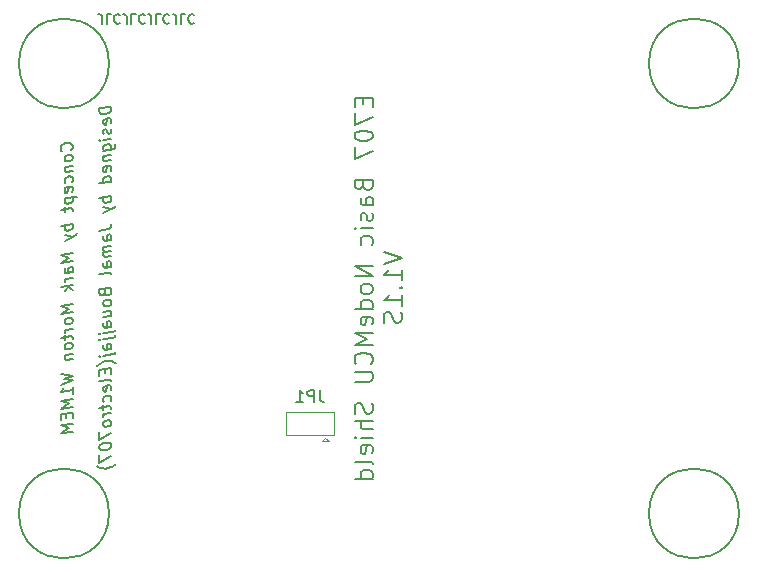
<source format=gbr>
%TF.GenerationSoftware,KiCad,Pcbnew,(5.99.0-9801-g46d71f0d23)*%
%TF.CreationDate,2021-03-18T00:24:41-04:00*%
%TF.ProjectId,PCB-S,5043422d-532e-46b6-9963-61645f706362,rev?*%
%TF.SameCoordinates,Original*%
%TF.FileFunction,Legend,Bot*%
%TF.FilePolarity,Positive*%
%FSLAX46Y46*%
G04 Gerber Fmt 4.6, Leading zero omitted, Abs format (unit mm)*
G04 Created by KiCad (PCBNEW (5.99.0-9801-g46d71f0d23)) date 2021-03-18 00:24:41*
%MOMM*%
%LPD*%
G01*
G04 APERTURE LIST*
%ADD10C,0.152400*%
%ADD11C,0.203200*%
%ADD12C,0.150000*%
%ADD13C,0.120000*%
G04 APERTURE END LIST*
D10*
X232410000Y-32385000D02*
G75*
G03*
X232410000Y-32385000I-3810000J0D01*
G01*
X179070000Y-70485000D02*
G75*
G03*
X179070000Y-70485000I-3810000J0D01*
G01*
X179070000Y-32385000D02*
G75*
G03*
X179070000Y-32385000I-3810000J0D01*
G01*
X232410000Y-70485000D02*
G75*
G03*
X232410000Y-70485000I-3810000J0D01*
G01*
X178490638Y-29020104D02*
X178490638Y-28439533D01*
X178451933Y-28323419D01*
X178374523Y-28246009D01*
X178258409Y-28207304D01*
X178181000Y-28207304D01*
X179264733Y-28207304D02*
X178877685Y-28207304D01*
X178877685Y-29020104D01*
X180000123Y-28284714D02*
X179961419Y-28246009D01*
X179845304Y-28207304D01*
X179767895Y-28207304D01*
X179651780Y-28246009D01*
X179574371Y-28323419D01*
X179535666Y-28400828D01*
X179496961Y-28555647D01*
X179496961Y-28671761D01*
X179535666Y-28826580D01*
X179574371Y-28903990D01*
X179651780Y-28981400D01*
X179767895Y-29020104D01*
X179845304Y-29020104D01*
X179961419Y-28981400D01*
X180000123Y-28942695D01*
X180580695Y-29020104D02*
X180580695Y-28439533D01*
X180541990Y-28323419D01*
X180464580Y-28246009D01*
X180348466Y-28207304D01*
X180271057Y-28207304D01*
X181354790Y-28207304D02*
X180967742Y-28207304D01*
X180967742Y-29020104D01*
X182090180Y-28284714D02*
X182051476Y-28246009D01*
X181935361Y-28207304D01*
X181857952Y-28207304D01*
X181741838Y-28246009D01*
X181664428Y-28323419D01*
X181625723Y-28400828D01*
X181587019Y-28555647D01*
X181587019Y-28671761D01*
X181625723Y-28826580D01*
X181664428Y-28903990D01*
X181741838Y-28981400D01*
X181857952Y-29020104D01*
X181935361Y-29020104D01*
X182051476Y-28981400D01*
X182090180Y-28942695D01*
X182670752Y-29020104D02*
X182670752Y-28439533D01*
X182632047Y-28323419D01*
X182554638Y-28246009D01*
X182438523Y-28207304D01*
X182361114Y-28207304D01*
X183444847Y-28207304D02*
X183057800Y-28207304D01*
X183057800Y-29020104D01*
X184180238Y-28284714D02*
X184141533Y-28246009D01*
X184025419Y-28207304D01*
X183948009Y-28207304D01*
X183831895Y-28246009D01*
X183754485Y-28323419D01*
X183715780Y-28400828D01*
X183677076Y-28555647D01*
X183677076Y-28671761D01*
X183715780Y-28826580D01*
X183754485Y-28903990D01*
X183831895Y-28981400D01*
X183948009Y-29020104D01*
X184025419Y-29020104D01*
X184141533Y-28981400D01*
X184180238Y-28942695D01*
X184760809Y-29020104D02*
X184760809Y-28439533D01*
X184722104Y-28323419D01*
X184644695Y-28246009D01*
X184528580Y-28207304D01*
X184451171Y-28207304D01*
X185534904Y-28207304D02*
X185147857Y-28207304D01*
X185147857Y-29020104D01*
X186270295Y-28284714D02*
X186231590Y-28246009D01*
X186115476Y-28207304D01*
X186038066Y-28207304D01*
X185921952Y-28246009D01*
X185844542Y-28323419D01*
X185805838Y-28400828D01*
X185767133Y-28555647D01*
X185767133Y-28671761D01*
X185805838Y-28826580D01*
X185844542Y-28903990D01*
X185921952Y-28981400D01*
X186038066Y-29020104D01*
X186115476Y-29020104D01*
X186231590Y-28981400D01*
X186270295Y-28942695D01*
D11*
X200594322Y-35324142D02*
X200594322Y-35832142D01*
X201392608Y-36049857D02*
X201392608Y-35324142D01*
X199868608Y-35324142D01*
X199868608Y-36049857D01*
X199868608Y-36557857D02*
X199868608Y-37573857D01*
X201392608Y-36920714D01*
X199868608Y-38444714D02*
X199868608Y-38589857D01*
X199941180Y-38735000D01*
X200013751Y-38807571D01*
X200158894Y-38880142D01*
X200449180Y-38952714D01*
X200812037Y-38952714D01*
X201102322Y-38880142D01*
X201247465Y-38807571D01*
X201320037Y-38735000D01*
X201392608Y-38589857D01*
X201392608Y-38444714D01*
X201320037Y-38299571D01*
X201247465Y-38227000D01*
X201102322Y-38154428D01*
X200812037Y-38081857D01*
X200449180Y-38081857D01*
X200158894Y-38154428D01*
X200013751Y-38227000D01*
X199941180Y-38299571D01*
X199868608Y-38444714D01*
X199868608Y-39460714D02*
X199868608Y-40476714D01*
X201392608Y-39823571D01*
X200594322Y-42726428D02*
X200666894Y-42944142D01*
X200739465Y-43016714D01*
X200884608Y-43089285D01*
X201102322Y-43089285D01*
X201247465Y-43016714D01*
X201320037Y-42944142D01*
X201392608Y-42799000D01*
X201392608Y-42218428D01*
X199868608Y-42218428D01*
X199868608Y-42726428D01*
X199941180Y-42871571D01*
X200013751Y-42944142D01*
X200158894Y-43016714D01*
X200304037Y-43016714D01*
X200449180Y-42944142D01*
X200521751Y-42871571D01*
X200594322Y-42726428D01*
X200594322Y-42218428D01*
X201392608Y-44395571D02*
X200594322Y-44395571D01*
X200449180Y-44323000D01*
X200376608Y-44177857D01*
X200376608Y-43887571D01*
X200449180Y-43742428D01*
X201320037Y-44395571D02*
X201392608Y-44250428D01*
X201392608Y-43887571D01*
X201320037Y-43742428D01*
X201174894Y-43669857D01*
X201029751Y-43669857D01*
X200884608Y-43742428D01*
X200812037Y-43887571D01*
X200812037Y-44250428D01*
X200739465Y-44395571D01*
X201320037Y-45048714D02*
X201392608Y-45193857D01*
X201392608Y-45484142D01*
X201320037Y-45629285D01*
X201174894Y-45701857D01*
X201102322Y-45701857D01*
X200957180Y-45629285D01*
X200884608Y-45484142D01*
X200884608Y-45266428D01*
X200812037Y-45121285D01*
X200666894Y-45048714D01*
X200594322Y-45048714D01*
X200449180Y-45121285D01*
X200376608Y-45266428D01*
X200376608Y-45484142D01*
X200449180Y-45629285D01*
X201392608Y-46355000D02*
X200376608Y-46355000D01*
X199868608Y-46355000D02*
X199941180Y-46282428D01*
X200013751Y-46355000D01*
X199941180Y-46427571D01*
X199868608Y-46355000D01*
X200013751Y-46355000D01*
X201320037Y-47733857D02*
X201392608Y-47588714D01*
X201392608Y-47298428D01*
X201320037Y-47153285D01*
X201247465Y-47080714D01*
X201102322Y-47008142D01*
X200666894Y-47008142D01*
X200521751Y-47080714D01*
X200449180Y-47153285D01*
X200376608Y-47298428D01*
X200376608Y-47588714D01*
X200449180Y-47733857D01*
X201392608Y-49548142D02*
X199868608Y-49548142D01*
X201392608Y-50419000D01*
X199868608Y-50419000D01*
X201392608Y-51362428D02*
X201320037Y-51217285D01*
X201247465Y-51144714D01*
X201102322Y-51072142D01*
X200666894Y-51072142D01*
X200521751Y-51144714D01*
X200449180Y-51217285D01*
X200376608Y-51362428D01*
X200376608Y-51580142D01*
X200449180Y-51725285D01*
X200521751Y-51797857D01*
X200666894Y-51870428D01*
X201102322Y-51870428D01*
X201247465Y-51797857D01*
X201320037Y-51725285D01*
X201392608Y-51580142D01*
X201392608Y-51362428D01*
X201392608Y-53176714D02*
X199868608Y-53176714D01*
X201320037Y-53176714D02*
X201392608Y-53031571D01*
X201392608Y-52741285D01*
X201320037Y-52596142D01*
X201247465Y-52523571D01*
X201102322Y-52451000D01*
X200666894Y-52451000D01*
X200521751Y-52523571D01*
X200449180Y-52596142D01*
X200376608Y-52741285D01*
X200376608Y-53031571D01*
X200449180Y-53176714D01*
X201320037Y-54483000D02*
X201392608Y-54337857D01*
X201392608Y-54047571D01*
X201320037Y-53902428D01*
X201174894Y-53829857D01*
X200594322Y-53829857D01*
X200449180Y-53902428D01*
X200376608Y-54047571D01*
X200376608Y-54337857D01*
X200449180Y-54483000D01*
X200594322Y-54555571D01*
X200739465Y-54555571D01*
X200884608Y-53829857D01*
X201392608Y-55208714D02*
X199868608Y-55208714D01*
X200957180Y-55716714D01*
X199868608Y-56224714D01*
X201392608Y-56224714D01*
X201247465Y-57821285D02*
X201320037Y-57748714D01*
X201392608Y-57531000D01*
X201392608Y-57385857D01*
X201320037Y-57168142D01*
X201174894Y-57023000D01*
X201029751Y-56950428D01*
X200739465Y-56877857D01*
X200521751Y-56877857D01*
X200231465Y-56950428D01*
X200086322Y-57023000D01*
X199941180Y-57168142D01*
X199868608Y-57385857D01*
X199868608Y-57531000D01*
X199941180Y-57748714D01*
X200013751Y-57821285D01*
X199868608Y-58474428D02*
X201102322Y-58474428D01*
X201247465Y-58547000D01*
X201320037Y-58619571D01*
X201392608Y-58764714D01*
X201392608Y-59055000D01*
X201320037Y-59200142D01*
X201247465Y-59272714D01*
X201102322Y-59345285D01*
X199868608Y-59345285D01*
X201320037Y-61159571D02*
X201392608Y-61377285D01*
X201392608Y-61740142D01*
X201320037Y-61885285D01*
X201247465Y-61957857D01*
X201102322Y-62030428D01*
X200957180Y-62030428D01*
X200812037Y-61957857D01*
X200739465Y-61885285D01*
X200666894Y-61740142D01*
X200594322Y-61449857D01*
X200521751Y-61304714D01*
X200449180Y-61232142D01*
X200304037Y-61159571D01*
X200158894Y-61159571D01*
X200013751Y-61232142D01*
X199941180Y-61304714D01*
X199868608Y-61449857D01*
X199868608Y-61812714D01*
X199941180Y-62030428D01*
X201392608Y-62683571D02*
X199868608Y-62683571D01*
X201392608Y-63336714D02*
X200594322Y-63336714D01*
X200449180Y-63264142D01*
X200376608Y-63119000D01*
X200376608Y-62901285D01*
X200449180Y-62756142D01*
X200521751Y-62683571D01*
X201392608Y-64062428D02*
X200376608Y-64062428D01*
X199868608Y-64062428D02*
X199941180Y-63989857D01*
X200013751Y-64062428D01*
X199941180Y-64135000D01*
X199868608Y-64062428D01*
X200013751Y-64062428D01*
X201320037Y-65368714D02*
X201392608Y-65223571D01*
X201392608Y-64933285D01*
X201320037Y-64788142D01*
X201174894Y-64715571D01*
X200594322Y-64715571D01*
X200449180Y-64788142D01*
X200376608Y-64933285D01*
X200376608Y-65223571D01*
X200449180Y-65368714D01*
X200594322Y-65441285D01*
X200739465Y-65441285D01*
X200884608Y-64715571D01*
X201392608Y-66312142D02*
X201320037Y-66167000D01*
X201174894Y-66094428D01*
X199868608Y-66094428D01*
X201392608Y-67545857D02*
X199868608Y-67545857D01*
X201320037Y-67545857D02*
X201392608Y-67400714D01*
X201392608Y-67110428D01*
X201320037Y-66965285D01*
X201247465Y-66892714D01*
X201102322Y-66820142D01*
X200666894Y-66820142D01*
X200521751Y-66892714D01*
X200449180Y-66965285D01*
X200376608Y-67110428D01*
X200376608Y-67400714D01*
X200449180Y-67545857D01*
X202322248Y-48387000D02*
X203846248Y-48895000D01*
X202322248Y-49403000D01*
X203846248Y-50709285D02*
X203846248Y-49838428D01*
X203846248Y-50273857D02*
X202322248Y-50273857D01*
X202539962Y-50128714D01*
X202685105Y-49983571D01*
X202757677Y-49838428D01*
X203701105Y-51362428D02*
X203773677Y-51435000D01*
X203846248Y-51362428D01*
X203773677Y-51289857D01*
X203701105Y-51362428D01*
X203846248Y-51362428D01*
X203846248Y-52886428D02*
X203846248Y-52015571D01*
X203846248Y-52451000D02*
X202322248Y-52451000D01*
X202539962Y-52305857D01*
X202685105Y-52160714D01*
X202757677Y-52015571D01*
X203773677Y-53467000D02*
X203846248Y-53684714D01*
X203846248Y-54047571D01*
X203773677Y-54192714D01*
X203701105Y-54265285D01*
X203555962Y-54337857D01*
X203410820Y-54337857D01*
X203265677Y-54265285D01*
X203193105Y-54192714D01*
X203120534Y-54047571D01*
X203047962Y-53757285D01*
X202975391Y-53612142D01*
X202902820Y-53539571D01*
X202757677Y-53467000D01*
X202612534Y-53467000D01*
X202467391Y-53539571D01*
X202394820Y-53612142D01*
X202322248Y-53757285D01*
X202322248Y-54120142D01*
X202394820Y-54337857D01*
D10*
X175892097Y-39715288D02*
X175940478Y-39660860D01*
X175988859Y-39509669D01*
X175988859Y-39412907D01*
X175940478Y-39273812D01*
X175843716Y-39189145D01*
X175746954Y-39152860D01*
X175553430Y-39128669D01*
X175408287Y-39146812D01*
X175214763Y-39219384D01*
X175118001Y-39279860D01*
X175021240Y-39388717D01*
X174972859Y-39539907D01*
X174972859Y-39636669D01*
X175021240Y-39775765D01*
X175069620Y-39818098D01*
X175988859Y-40283765D02*
X175940478Y-40193050D01*
X175892097Y-40150717D01*
X175795335Y-40114431D01*
X175505049Y-40150717D01*
X175408287Y-40211193D01*
X175359906Y-40265622D01*
X175311525Y-40368431D01*
X175311525Y-40513574D01*
X175359906Y-40604288D01*
X175408287Y-40646622D01*
X175505049Y-40682907D01*
X175795335Y-40646622D01*
X175892097Y-40586145D01*
X175940478Y-40531717D01*
X175988859Y-40428907D01*
X175988859Y-40283765D01*
X175311525Y-41142526D02*
X175988859Y-41057860D01*
X175408287Y-41130431D02*
X175359906Y-41184860D01*
X175311525Y-41287669D01*
X175311525Y-41432812D01*
X175359906Y-41523526D01*
X175456668Y-41559812D01*
X175988859Y-41493288D01*
X175940478Y-42418574D02*
X175988859Y-42315765D01*
X175988859Y-42122241D01*
X175940478Y-42031526D01*
X175892097Y-41989193D01*
X175795335Y-41952907D01*
X175505049Y-41989193D01*
X175408287Y-42049669D01*
X175359906Y-42104098D01*
X175311525Y-42206907D01*
X175311525Y-42400431D01*
X175359906Y-42491145D01*
X175940478Y-43241050D02*
X175988859Y-43138241D01*
X175988859Y-42944717D01*
X175940478Y-42854003D01*
X175843716Y-42817717D01*
X175456668Y-42866098D01*
X175359906Y-42926574D01*
X175311525Y-43029384D01*
X175311525Y-43222907D01*
X175359906Y-43313622D01*
X175456668Y-43349907D01*
X175553430Y-43337812D01*
X175650192Y-42841907D01*
X175311525Y-43803479D02*
X176327525Y-43676479D01*
X175359906Y-43797431D02*
X175311525Y-43900241D01*
X175311525Y-44093765D01*
X175359906Y-44184479D01*
X175408287Y-44226812D01*
X175505049Y-44263098D01*
X175795335Y-44226812D01*
X175892097Y-44166336D01*
X175940478Y-44111907D01*
X175988859Y-44009098D01*
X175988859Y-43815574D01*
X175940478Y-43724860D01*
X175311525Y-44577574D02*
X175311525Y-44964622D01*
X174972859Y-44765050D02*
X175843716Y-44656193D01*
X175940478Y-44692479D01*
X175988859Y-44783193D01*
X175988859Y-44879955D01*
X175988859Y-45992717D02*
X174972859Y-46119717D01*
X175359906Y-46071336D02*
X175311525Y-46174145D01*
X175311525Y-46367669D01*
X175359906Y-46458384D01*
X175408287Y-46500717D01*
X175505049Y-46537003D01*
X175795335Y-46500717D01*
X175892097Y-46440241D01*
X175940478Y-46385812D01*
X175988859Y-46283003D01*
X175988859Y-46089479D01*
X175940478Y-45998765D01*
X175311525Y-46899860D02*
X175988859Y-47057098D01*
X175311525Y-47383669D02*
X175988859Y-47057098D01*
X176230763Y-46930098D01*
X176279144Y-46875669D01*
X176327525Y-46772860D01*
X175988859Y-48460145D02*
X174972859Y-48587145D01*
X175698573Y-48835098D01*
X174972859Y-49264479D01*
X175988859Y-49137479D01*
X175988859Y-50056717D02*
X175456668Y-50123241D01*
X175359906Y-50086955D01*
X175311525Y-49996241D01*
X175311525Y-49802717D01*
X175359906Y-49699907D01*
X175940478Y-50062765D02*
X175988859Y-49959955D01*
X175988859Y-49718050D01*
X175940478Y-49627336D01*
X175843716Y-49591050D01*
X175746954Y-49603145D01*
X175650192Y-49663622D01*
X175601811Y-49766431D01*
X175601811Y-50008336D01*
X175553430Y-50111145D01*
X175988859Y-50540526D02*
X175311525Y-50625193D01*
X175505049Y-50601003D02*
X175408287Y-50661479D01*
X175359906Y-50715907D01*
X175311525Y-50818717D01*
X175311525Y-50915479D01*
X175988859Y-51169479D02*
X174972859Y-51296479D01*
X175601811Y-51314622D02*
X175988859Y-51556526D01*
X175311525Y-51641193D02*
X175698573Y-51205765D01*
X175988859Y-52766050D02*
X174972859Y-52893050D01*
X175698573Y-53141003D01*
X174972859Y-53570384D01*
X175988859Y-53443384D01*
X175988859Y-54072336D02*
X175940478Y-53981622D01*
X175892097Y-53939288D01*
X175795335Y-53903003D01*
X175505049Y-53939288D01*
X175408287Y-53999765D01*
X175359906Y-54054193D01*
X175311525Y-54157003D01*
X175311525Y-54302145D01*
X175359906Y-54392860D01*
X175408287Y-54435193D01*
X175505049Y-54471479D01*
X175795335Y-54435193D01*
X175892097Y-54374717D01*
X175940478Y-54320288D01*
X175988859Y-54217479D01*
X175988859Y-54072336D01*
X175988859Y-54846431D02*
X175311525Y-54931098D01*
X175505049Y-54906907D02*
X175408287Y-54967384D01*
X175359906Y-55021812D01*
X175311525Y-55124622D01*
X175311525Y-55221384D01*
X175311525Y-55414907D02*
X175311525Y-55801955D01*
X174972859Y-55602384D02*
X175843716Y-55493526D01*
X175940478Y-55529812D01*
X175988859Y-55620526D01*
X175988859Y-55717288D01*
X175988859Y-56201098D02*
X175940478Y-56110384D01*
X175892097Y-56068050D01*
X175795335Y-56031765D01*
X175505049Y-56068050D01*
X175408287Y-56128526D01*
X175359906Y-56182955D01*
X175311525Y-56285765D01*
X175311525Y-56430907D01*
X175359906Y-56521622D01*
X175408287Y-56563955D01*
X175505049Y-56600241D01*
X175795335Y-56563955D01*
X175892097Y-56503479D01*
X175940478Y-56449050D01*
X175988859Y-56346241D01*
X175988859Y-56201098D01*
X175311525Y-57059860D02*
X175988859Y-56975193D01*
X175408287Y-57047765D02*
X175359906Y-57102193D01*
X175311525Y-57205003D01*
X175311525Y-57350145D01*
X175359906Y-57440860D01*
X175456668Y-57477145D01*
X175988859Y-57410622D01*
X174972859Y-58698765D02*
X175988859Y-58813669D01*
X175263144Y-59097907D01*
X175988859Y-59200717D01*
X174972859Y-59569622D01*
X175988859Y-60361860D02*
X175988859Y-59781288D01*
X175988859Y-60071574D02*
X174972859Y-60198574D01*
X175118001Y-60083669D01*
X175214763Y-59974812D01*
X175263144Y-59872003D01*
X175988859Y-60797288D02*
X174972859Y-60924288D01*
X175698573Y-61172241D01*
X174972859Y-61601622D01*
X175988859Y-61474622D01*
X175456668Y-62024955D02*
X175456668Y-62363622D01*
X175988859Y-62442241D02*
X175988859Y-61958431D01*
X174972859Y-62085431D01*
X174972859Y-62569241D01*
X175988859Y-62877669D02*
X174972859Y-63004669D01*
X175698573Y-63252622D01*
X174972859Y-63682003D01*
X175988859Y-63555003D01*
X179260379Y-36050431D02*
X178244379Y-36177431D01*
X178244379Y-36419336D01*
X178292760Y-36558431D01*
X178389521Y-36643098D01*
X178486283Y-36679384D01*
X178679807Y-36703574D01*
X178824950Y-36685431D01*
X179018474Y-36612860D01*
X179115236Y-36552384D01*
X179211998Y-36443526D01*
X179260379Y-36292336D01*
X179260379Y-36050431D01*
X179211998Y-37459526D02*
X179260379Y-37356717D01*
X179260379Y-37163193D01*
X179211998Y-37072479D01*
X179115236Y-37036193D01*
X178728188Y-37084574D01*
X178631426Y-37145050D01*
X178583045Y-37247860D01*
X178583045Y-37441384D01*
X178631426Y-37532098D01*
X178728188Y-37568384D01*
X178824950Y-37556288D01*
X178921712Y-37060384D01*
X179211998Y-37894955D02*
X179260379Y-37985669D01*
X179260379Y-38179193D01*
X179211998Y-38282003D01*
X179115236Y-38342479D01*
X179066855Y-38348526D01*
X178970093Y-38312241D01*
X178921712Y-38221526D01*
X178921712Y-38076384D01*
X178873331Y-37985669D01*
X178776569Y-37949384D01*
X178728188Y-37955431D01*
X178631426Y-38015907D01*
X178583045Y-38118717D01*
X178583045Y-38263860D01*
X178631426Y-38354574D01*
X179260379Y-38759765D02*
X178583045Y-38844431D01*
X178244379Y-38886765D02*
X178292760Y-38832336D01*
X178341140Y-38874669D01*
X178292760Y-38929098D01*
X178244379Y-38886765D01*
X178341140Y-38874669D01*
X178583045Y-39763669D02*
X179405521Y-39660860D01*
X179502283Y-39600384D01*
X179550664Y-39545955D01*
X179599045Y-39443145D01*
X179599045Y-39298003D01*
X179550664Y-39207288D01*
X179211998Y-39685050D02*
X179260379Y-39582241D01*
X179260379Y-39388717D01*
X179211998Y-39298003D01*
X179163617Y-39255669D01*
X179066855Y-39219384D01*
X178776569Y-39255669D01*
X178679807Y-39316145D01*
X178631426Y-39370574D01*
X178583045Y-39473384D01*
X178583045Y-39666907D01*
X178631426Y-39757622D01*
X178583045Y-40247479D02*
X179260379Y-40162812D01*
X178679807Y-40235384D02*
X178631426Y-40289812D01*
X178583045Y-40392622D01*
X178583045Y-40537765D01*
X178631426Y-40628479D01*
X178728188Y-40664765D01*
X179260379Y-40598241D01*
X179211998Y-41475145D02*
X179260379Y-41372336D01*
X179260379Y-41178812D01*
X179211998Y-41088098D01*
X179115236Y-41051812D01*
X178728188Y-41100193D01*
X178631426Y-41160669D01*
X178583045Y-41263479D01*
X178583045Y-41457003D01*
X178631426Y-41547717D01*
X178728188Y-41584003D01*
X178824950Y-41571907D01*
X178921712Y-41076003D01*
X179260379Y-42388336D02*
X178244379Y-42515336D01*
X179211998Y-42394384D02*
X179260379Y-42291574D01*
X179260379Y-42098050D01*
X179211998Y-42007336D01*
X179163617Y-41965003D01*
X179066855Y-41928717D01*
X178776569Y-41965003D01*
X178679807Y-42025479D01*
X178631426Y-42079907D01*
X178583045Y-42182717D01*
X178583045Y-42376241D01*
X178631426Y-42466955D01*
X179260379Y-43646241D02*
X178244379Y-43773241D01*
X178631426Y-43724860D02*
X178583045Y-43827669D01*
X178583045Y-44021193D01*
X178631426Y-44111907D01*
X178679807Y-44154241D01*
X178776569Y-44190526D01*
X179066855Y-44154241D01*
X179163617Y-44093765D01*
X179211998Y-44039336D01*
X179260379Y-43936526D01*
X179260379Y-43743003D01*
X179211998Y-43652288D01*
X178583045Y-44553384D02*
X179260379Y-44710622D01*
X178583045Y-45037193D02*
X179260379Y-44710622D01*
X179502283Y-44583622D01*
X179550664Y-44529193D01*
X179599045Y-44426384D01*
X178244379Y-46530955D02*
X178970093Y-46440241D01*
X179115236Y-46373717D01*
X179211998Y-46264860D01*
X179260379Y-46113669D01*
X179260379Y-46016907D01*
X179260379Y-47323193D02*
X178728188Y-47389717D01*
X178631426Y-47353431D01*
X178583045Y-47262717D01*
X178583045Y-47069193D01*
X178631426Y-46966384D01*
X179211998Y-47329241D02*
X179260379Y-47226431D01*
X179260379Y-46984526D01*
X179211998Y-46893812D01*
X179115236Y-46857526D01*
X179018474Y-46869622D01*
X178921712Y-46930098D01*
X178873331Y-47032907D01*
X178873331Y-47274812D01*
X178824950Y-47377622D01*
X179260379Y-47807003D02*
X178583045Y-47891669D01*
X178679807Y-47879574D02*
X178631426Y-47934003D01*
X178583045Y-48036812D01*
X178583045Y-48181955D01*
X178631426Y-48272669D01*
X178728188Y-48308955D01*
X179260379Y-48242431D01*
X178728188Y-48308955D02*
X178631426Y-48369431D01*
X178583045Y-48472241D01*
X178583045Y-48617384D01*
X178631426Y-48708098D01*
X178728188Y-48744384D01*
X179260379Y-48677860D01*
X179260379Y-49597098D02*
X178728188Y-49663622D01*
X178631426Y-49627336D01*
X178583045Y-49536622D01*
X178583045Y-49343098D01*
X178631426Y-49240288D01*
X179211998Y-49603145D02*
X179260379Y-49500336D01*
X179260379Y-49258431D01*
X179211998Y-49167717D01*
X179115236Y-49131431D01*
X179018474Y-49143526D01*
X178921712Y-49204003D01*
X178873331Y-49306812D01*
X178873331Y-49548717D01*
X178824950Y-49651526D01*
X179260379Y-50226050D02*
X179211998Y-50135336D01*
X179115236Y-50099050D01*
X178244379Y-50207907D01*
X178728188Y-51792384D02*
X178776569Y-51931479D01*
X178824950Y-51973812D01*
X178921712Y-52010098D01*
X179066855Y-51991955D01*
X179163617Y-51931479D01*
X179211998Y-51877050D01*
X179260379Y-51774241D01*
X179260379Y-51387193D01*
X178244379Y-51514193D01*
X178244379Y-51852860D01*
X178292760Y-51943574D01*
X178341140Y-51985907D01*
X178437902Y-52022193D01*
X178534664Y-52010098D01*
X178631426Y-51949622D01*
X178679807Y-51895193D01*
X178728188Y-51792384D01*
X178728188Y-51453717D01*
X179260379Y-52548336D02*
X179211998Y-52457622D01*
X179163617Y-52415288D01*
X179066855Y-52379003D01*
X178776569Y-52415288D01*
X178679807Y-52475765D01*
X178631426Y-52530193D01*
X178583045Y-52633003D01*
X178583045Y-52778145D01*
X178631426Y-52868860D01*
X178679807Y-52911193D01*
X178776569Y-52947479D01*
X179066855Y-52911193D01*
X179163617Y-52850717D01*
X179211998Y-52796288D01*
X179260379Y-52693479D01*
X179260379Y-52548336D01*
X178583045Y-53842526D02*
X179260379Y-53757860D01*
X178583045Y-53407098D02*
X179115236Y-53340574D01*
X179211998Y-53376860D01*
X179260379Y-53467574D01*
X179260379Y-53612717D01*
X179211998Y-53715526D01*
X179163617Y-53769955D01*
X179260379Y-54677098D02*
X178728188Y-54743622D01*
X178631426Y-54707336D01*
X178583045Y-54616622D01*
X178583045Y-54423098D01*
X178631426Y-54320288D01*
X179211998Y-54683145D02*
X179260379Y-54580336D01*
X179260379Y-54338431D01*
X179211998Y-54247717D01*
X179115236Y-54211431D01*
X179018474Y-54223526D01*
X178921712Y-54284003D01*
X178873331Y-54386812D01*
X178873331Y-54628717D01*
X178824950Y-54731526D01*
X178583045Y-55245574D02*
X179453902Y-55136717D01*
X179550664Y-55076241D01*
X179599045Y-54973431D01*
X179599045Y-54925050D01*
X178244379Y-55287907D02*
X178292760Y-55233479D01*
X178341140Y-55275812D01*
X178292760Y-55330241D01*
X178244379Y-55287907D01*
X178341140Y-55275812D01*
X178583045Y-55729384D02*
X179453902Y-55620526D01*
X179550664Y-55560050D01*
X179599045Y-55457241D01*
X179599045Y-55408860D01*
X178244379Y-55771717D02*
X178292760Y-55717288D01*
X178341140Y-55759622D01*
X178292760Y-55814050D01*
X178244379Y-55771717D01*
X178341140Y-55759622D01*
X179260379Y-56563955D02*
X178728188Y-56630479D01*
X178631426Y-56594193D01*
X178583045Y-56503479D01*
X178583045Y-56309955D01*
X178631426Y-56207145D01*
X179211998Y-56570003D02*
X179260379Y-56467193D01*
X179260379Y-56225288D01*
X179211998Y-56134574D01*
X179115236Y-56098288D01*
X179018474Y-56110384D01*
X178921712Y-56170860D01*
X178873331Y-56273669D01*
X178873331Y-56515574D01*
X178824950Y-56618384D01*
X178583045Y-57132431D02*
X179453902Y-57023574D01*
X179550664Y-56963098D01*
X179599045Y-56860288D01*
X179599045Y-56811907D01*
X178244379Y-57174765D02*
X178292760Y-57120336D01*
X178341140Y-57162669D01*
X178292760Y-57217098D01*
X178244379Y-57174765D01*
X178341140Y-57162669D01*
X179647426Y-57773479D02*
X179599045Y-57731145D01*
X179453902Y-57652526D01*
X179357140Y-57616241D01*
X179211998Y-57586003D01*
X178970093Y-57567860D01*
X178776569Y-57592050D01*
X178534664Y-57670669D01*
X178389521Y-57737193D01*
X178292760Y-57797669D01*
X178147617Y-57912574D01*
X178099236Y-57967003D01*
X178728188Y-58275431D02*
X178728188Y-58614098D01*
X179260379Y-58692717D02*
X179260379Y-58208907D01*
X178244379Y-58335907D01*
X178244379Y-58819717D01*
X179260379Y-59273288D02*
X179211998Y-59182574D01*
X179115236Y-59146288D01*
X178244379Y-59255145D01*
X179211998Y-60053431D02*
X179260379Y-59950622D01*
X179260379Y-59757098D01*
X179211998Y-59666384D01*
X179115236Y-59630098D01*
X178728188Y-59678479D01*
X178631426Y-59738955D01*
X178583045Y-59841765D01*
X178583045Y-60035288D01*
X178631426Y-60126003D01*
X178728188Y-60162288D01*
X178824950Y-60150193D01*
X178921712Y-59654288D01*
X179211998Y-60972669D02*
X179260379Y-60869860D01*
X179260379Y-60676336D01*
X179211998Y-60585622D01*
X179163617Y-60543288D01*
X179066855Y-60507003D01*
X178776569Y-60543288D01*
X178679807Y-60603765D01*
X178631426Y-60658193D01*
X178583045Y-60761003D01*
X178583045Y-60954526D01*
X178631426Y-61045241D01*
X178583045Y-61341574D02*
X178583045Y-61728622D01*
X178244379Y-61529050D02*
X179115236Y-61420193D01*
X179211998Y-61456479D01*
X179260379Y-61547193D01*
X179260379Y-61643955D01*
X179260379Y-61982622D02*
X178583045Y-62067288D01*
X178776569Y-62043098D02*
X178679807Y-62103574D01*
X178631426Y-62158003D01*
X178583045Y-62260812D01*
X178583045Y-62357574D01*
X179260379Y-62756717D02*
X179211998Y-62666003D01*
X179163617Y-62623669D01*
X179066855Y-62587384D01*
X178776569Y-62623669D01*
X178679807Y-62684145D01*
X178631426Y-62738574D01*
X178583045Y-62841384D01*
X178583045Y-62986526D01*
X178631426Y-63077241D01*
X178679807Y-63119574D01*
X178776569Y-63155860D01*
X179066855Y-63119574D01*
X179163617Y-63059098D01*
X179211998Y-63004669D01*
X179260379Y-62901860D01*
X179260379Y-62756717D01*
X178244379Y-63561050D02*
X178244379Y-64238384D01*
X179260379Y-63675955D01*
X178244379Y-64818955D02*
X178244379Y-64915717D01*
X178292760Y-65006431D01*
X178341140Y-65048765D01*
X178437902Y-65085050D01*
X178631426Y-65109241D01*
X178873331Y-65079003D01*
X179066855Y-65006431D01*
X179163617Y-64945955D01*
X179211998Y-64891526D01*
X179260379Y-64788717D01*
X179260379Y-64691955D01*
X179211998Y-64601241D01*
X179163617Y-64558907D01*
X179066855Y-64522622D01*
X178873331Y-64498431D01*
X178631426Y-64528669D01*
X178437902Y-64601241D01*
X178341140Y-64661717D01*
X178292760Y-64716145D01*
X178244379Y-64818955D01*
X178244379Y-65496288D02*
X178244379Y-66173622D01*
X179260379Y-65611193D01*
X179647426Y-66288526D02*
X179599045Y-66342955D01*
X179453902Y-66457860D01*
X179357140Y-66518336D01*
X179211998Y-66584860D01*
X178970093Y-66663479D01*
X178776569Y-66687669D01*
X178534664Y-66669526D01*
X178389521Y-66639288D01*
X178292760Y-66603003D01*
X178147617Y-66524384D01*
X178099236Y-66482050D01*
D12*
%TO.C,JP1*%
X196921333Y-60031380D02*
X196921333Y-60745666D01*
X196968952Y-60888523D01*
X197064190Y-60983761D01*
X197207047Y-61031380D01*
X197302285Y-61031380D01*
X196445142Y-61031380D02*
X196445142Y-60031380D01*
X196064190Y-60031380D01*
X195968952Y-60079000D01*
X195921333Y-60126619D01*
X195873714Y-60221857D01*
X195873714Y-60364714D01*
X195921333Y-60459952D01*
X195968952Y-60507571D01*
X196064190Y-60555190D01*
X196445142Y-60555190D01*
X194921333Y-61031380D02*
X195492761Y-61031380D01*
X195207047Y-61031380D02*
X195207047Y-60031380D01*
X195302285Y-60174238D01*
X195397523Y-60269476D01*
X195492761Y-60317095D01*
D13*
X197688000Y-64365000D02*
X197088000Y-64365000D01*
X198138000Y-63865000D02*
X198138000Y-61865000D01*
X198138000Y-61865000D02*
X194038000Y-61865000D01*
X194038000Y-63865000D02*
X198138000Y-63865000D01*
X197388000Y-64065000D02*
X197688000Y-64365000D01*
X197388000Y-64065000D02*
X197088000Y-64365000D01*
X194038000Y-61865000D02*
X194038000Y-63865000D01*
%TD*%
M02*

</source>
